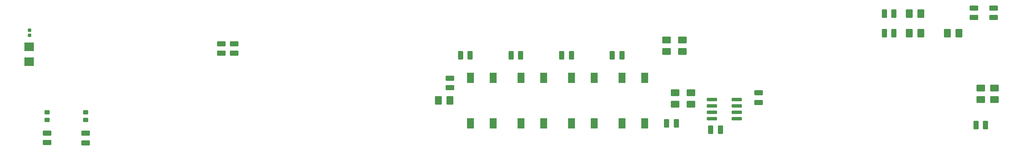
<source format=gbr>
G04*
G04 #@! TF.GenerationSoftware,Altium Limited,Altium Designer,25.8.1 (18)*
G04*
G04 Layer_Color=8421504*
%FSLAX44Y44*%
%MOMM*%
G71*
G04*
G04 #@! TF.SameCoordinates,57F80322-994B-4A8F-A2F4-5028E090627E*
G04*
G04*
G04 #@! TF.FilePolarity,Positive*
G04*
G01*
G75*
G04:AMPARAMS|DCode=20|XSize=2.1mm|YSize=1.38mm|CornerRadius=0.1035mm|HoleSize=0mm|Usage=FLASHONLY|Rotation=270.000|XOffset=0mm|YOffset=0mm|HoleType=Round|Shape=RoundedRectangle|*
%AMROUNDEDRECTD20*
21,1,2.1000,1.1730,0,0,270.0*
21,1,1.8930,1.3800,0,0,270.0*
1,1,0.2070,-0.5865,-0.9465*
1,1,0.2070,-0.5865,0.9465*
1,1,0.2070,0.5865,0.9465*
1,1,0.2070,0.5865,-0.9465*
%
%ADD20ROUNDEDRECTD20*%
G04:AMPARAMS|DCode=21|XSize=1mm|YSize=1.7mm|CornerRadius=0.125mm|HoleSize=0mm|Usage=FLASHONLY|Rotation=180.000|XOffset=0mm|YOffset=0mm|HoleType=Round|Shape=RoundedRectangle|*
%AMROUNDEDRECTD21*
21,1,1.0000,1.4500,0,0,180.0*
21,1,0.7500,1.7000,0,0,180.0*
1,1,0.2500,-0.3750,0.7250*
1,1,0.2500,0.3750,0.7250*
1,1,0.2500,0.3750,-0.7250*
1,1,0.2500,-0.3750,-0.7250*
%
%ADD21ROUNDEDRECTD21*%
G04:AMPARAMS|DCode=22|XSize=1.97mm|YSize=0.6mm|CornerRadius=0.075mm|HoleSize=0mm|Usage=FLASHONLY|Rotation=180.000|XOffset=0mm|YOffset=0mm|HoleType=Round|Shape=RoundedRectangle|*
%AMROUNDEDRECTD22*
21,1,1.9700,0.4500,0,0,180.0*
21,1,1.8200,0.6000,0,0,180.0*
1,1,0.1500,-0.9100,0.2250*
1,1,0.1500,0.9100,0.2250*
1,1,0.1500,0.9100,-0.2250*
1,1,0.1500,-0.9100,-0.2250*
%
%ADD22ROUNDEDRECTD22*%
G04:AMPARAMS|DCode=23|XSize=1.4mm|YSize=1.7mm|CornerRadius=0.175mm|HoleSize=0mm|Usage=FLASHONLY|Rotation=0.000|XOffset=0mm|YOffset=0mm|HoleType=Round|Shape=RoundedRectangle|*
%AMROUNDEDRECTD23*
21,1,1.4000,1.3500,0,0,0.0*
21,1,1.0500,1.7000,0,0,0.0*
1,1,0.3500,0.5250,-0.6750*
1,1,0.3500,-0.5250,-0.6750*
1,1,0.3500,-0.5250,0.6750*
1,1,0.3500,0.5250,0.6750*
%
%ADD23ROUNDEDRECTD23*%
G04:AMPARAMS|DCode=24|XSize=0.6mm|YSize=0.7mm|CornerRadius=0.075mm|HoleSize=0mm|Usage=FLASHONLY|Rotation=270.000|XOffset=0mm|YOffset=0mm|HoleType=Round|Shape=RoundedRectangle|*
%AMROUNDEDRECTD24*
21,1,0.6000,0.5500,0,0,270.0*
21,1,0.4500,0.7000,0,0,270.0*
1,1,0.1500,-0.2750,-0.2250*
1,1,0.1500,-0.2750,0.2250*
1,1,0.1500,0.2750,0.2250*
1,1,0.1500,0.2750,-0.2250*
%
%ADD24ROUNDEDRECTD24*%
%ADD25R,1.8400X1.8000*%
G04:AMPARAMS|DCode=26|XSize=0.8mm|YSize=1mm|CornerRadius=0.1mm|HoleSize=0mm|Usage=FLASHONLY|Rotation=90.000|XOffset=0mm|YOffset=0mm|HoleType=Round|Shape=RoundedRectangle|*
%AMROUNDEDRECTD26*
21,1,0.8000,0.8000,0,0,90.0*
21,1,0.6000,1.0000,0,0,90.0*
1,1,0.2000,0.4000,0.3000*
1,1,0.2000,0.4000,-0.3000*
1,1,0.2000,-0.4000,-0.3000*
1,1,0.2000,-0.4000,0.3000*
%
%ADD26ROUNDEDRECTD26*%
G04:AMPARAMS|DCode=27|XSize=1mm|YSize=1.7mm|CornerRadius=0.125mm|HoleSize=0mm|Usage=FLASHONLY|Rotation=90.000|XOffset=0mm|YOffset=0mm|HoleType=Round|Shape=RoundedRectangle|*
%AMROUNDEDRECTD27*
21,1,1.0000,1.4500,0,0,90.0*
21,1,0.7500,1.7000,0,0,90.0*
1,1,0.2500,0.7250,0.3750*
1,1,0.2500,0.7250,-0.3750*
1,1,0.2500,-0.7250,-0.3750*
1,1,0.2500,-0.7250,0.3750*
%
%ADD27ROUNDEDRECTD27*%
G04:AMPARAMS|DCode=28|XSize=1.4mm|YSize=1.7mm|CornerRadius=0.175mm|HoleSize=0mm|Usage=FLASHONLY|Rotation=270.000|XOffset=0mm|YOffset=0mm|HoleType=Round|Shape=RoundedRectangle|*
%AMROUNDEDRECTD28*
21,1,1.4000,1.3500,0,0,270.0*
21,1,1.0500,1.7000,0,0,270.0*
1,1,0.3500,-0.6750,-0.5250*
1,1,0.3500,-0.6750,0.5250*
1,1,0.3500,0.6750,0.5250*
1,1,0.3500,0.6750,-0.5250*
%
%ADD28ROUNDEDRECTD28*%
D20*
X1042400Y84500D02*
D03*
X997600D02*
D03*
X1042400Y175500D02*
D03*
X997600D02*
D03*
X1242400Y84500D02*
D03*
X1197600D02*
D03*
X1242400Y175500D02*
D03*
X1197600D02*
D03*
X1342400Y84500D02*
D03*
X1297600D02*
D03*
X1342400Y175500D02*
D03*
X1297600D02*
D03*
X1142400Y84500D02*
D03*
X1097600D02*
D03*
X1142400Y175500D02*
D03*
X1097600D02*
D03*
D21*
X1278000Y220000D02*
D03*
X1297000D02*
D03*
X1404500Y85000D02*
D03*
X1385500D02*
D03*
X1472590Y72390D02*
D03*
X1491590D02*
D03*
X1097000Y220000D02*
D03*
X1078000D02*
D03*
X997000D02*
D03*
X978000D02*
D03*
X1197000D02*
D03*
X1178000D02*
D03*
X1816090Y303430D02*
D03*
X1835090D02*
D03*
X2016120Y81020D02*
D03*
X1997120D02*
D03*
X1816090Y264450D02*
D03*
X1835090D02*
D03*
D22*
X1524265Y93980D02*
D03*
Y106680D02*
D03*
Y119380D02*
D03*
Y132080D02*
D03*
X1474865D02*
D03*
Y119380D02*
D03*
Y106680D02*
D03*
Y93980D02*
D03*
D23*
X933760Y130810D02*
D03*
X956620D02*
D03*
X1963522Y264160D02*
D03*
X1940662D02*
D03*
X1865760Y303430D02*
D03*
X1888620D02*
D03*
X1888620Y264450D02*
D03*
X1865760D02*
D03*
D24*
X125046Y269854D02*
D03*
Y259854D02*
D03*
D25*
X124460Y237250D02*
D03*
Y207250D02*
D03*
D26*
X236456Y91560D02*
D03*
Y106560D02*
D03*
X160520D02*
D03*
Y91560D02*
D03*
D27*
Y65380D02*
D03*
Y46380D02*
D03*
X236456Y65170D02*
D03*
Y46170D02*
D03*
X504990Y243180D02*
D03*
Y224180D02*
D03*
X530390Y243180D02*
D03*
Y224180D02*
D03*
X1567180Y145390D02*
D03*
Y126390D02*
D03*
X2032000Y295300D02*
D03*
Y314300D02*
D03*
X1993320D02*
D03*
Y295300D02*
D03*
X956620Y174500D02*
D03*
Y155500D02*
D03*
D28*
X1402620Y146050D02*
D03*
Y123190D02*
D03*
X1433610Y146050D02*
D03*
Y123190D02*
D03*
X2033820Y154880D02*
D03*
Y132020D02*
D03*
X1385620Y228020D02*
D03*
Y250880D02*
D03*
X1416620Y228020D02*
D03*
Y250880D02*
D03*
X2006600Y154940D02*
D03*
Y132080D02*
D03*
M02*

</source>
